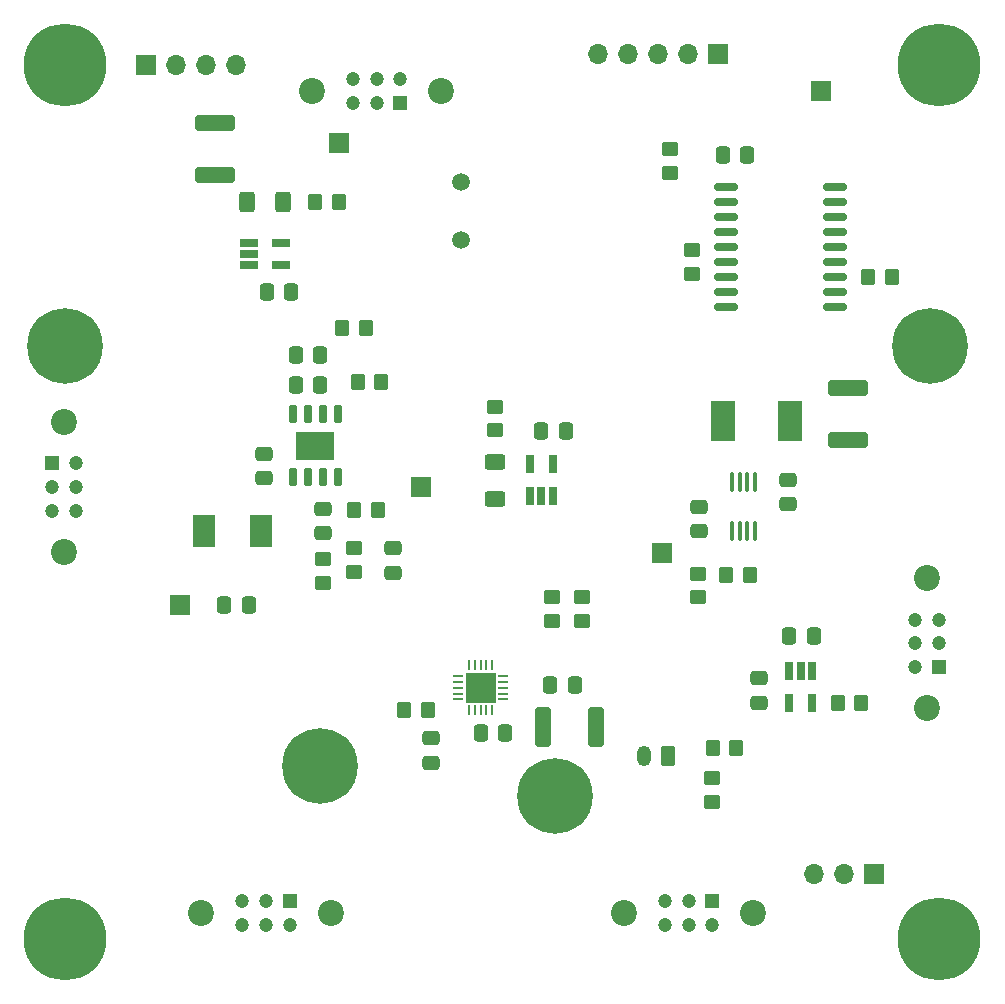
<source format=gbr>
%TF.GenerationSoftware,KiCad,Pcbnew,(6.0.9-0)*%
%TF.CreationDate,2022-12-17T09:56:30-08:00*%
%TF.ProjectId,GrandPapa_Board,4772616e-6450-4617-9061-5f426f617264,rev?*%
%TF.SameCoordinates,Original*%
%TF.FileFunction,Soldermask,Bot*%
%TF.FilePolarity,Negative*%
%FSLAX46Y46*%
G04 Gerber Fmt 4.6, Leading zero omitted, Abs format (unit mm)*
G04 Created by KiCad (PCBNEW (6.0.9-0)) date 2022-12-17 09:56:30*
%MOMM*%
%LPD*%
G01*
G04 APERTURE LIST*
G04 Aperture macros list*
%AMRoundRect*
0 Rectangle with rounded corners*
0 $1 Rounding radius*
0 $2 $3 $4 $5 $6 $7 $8 $9 X,Y pos of 4 corners*
0 Add a 4 corners polygon primitive as box body*
4,1,4,$2,$3,$4,$5,$6,$7,$8,$9,$2,$3,0*
0 Add four circle primitives for the rounded corners*
1,1,$1+$1,$2,$3*
1,1,$1+$1,$4,$5*
1,1,$1+$1,$6,$7*
1,1,$1+$1,$8,$9*
0 Add four rect primitives between the rounded corners*
20,1,$1+$1,$2,$3,$4,$5,0*
20,1,$1+$1,$4,$5,$6,$7,0*
20,1,$1+$1,$6,$7,$8,$9,0*
20,1,$1+$1,$8,$9,$2,$3,0*%
G04 Aperture macros list end*
%ADD10C,2.200000*%
%ADD11R,1.200000X1.200000*%
%ADD12C,1.200000*%
%ADD13R,1.700000X1.700000*%
%ADD14O,1.700000X1.700000*%
%ADD15C,6.400000*%
%ADD16C,0.800000*%
%ADD17C,7.000000*%
%ADD18C,1.500000*%
%ADD19RoundRect,0.250000X-0.475000X0.337500X-0.475000X-0.337500X0.475000X-0.337500X0.475000X0.337500X0*%
%ADD20RoundRect,0.250000X0.450000X-0.350000X0.450000X0.350000X-0.450000X0.350000X-0.450000X-0.350000X0*%
%ADD21RoundRect,0.062500X-0.350000X-0.062500X0.350000X-0.062500X0.350000X0.062500X-0.350000X0.062500X0*%
%ADD22RoundRect,0.062500X-0.062500X-0.350000X0.062500X-0.350000X0.062500X0.350000X-0.062500X0.350000X0*%
%ADD23R,2.500000X2.500000*%
%ADD24RoundRect,0.250000X0.475000X-0.337500X0.475000X0.337500X-0.475000X0.337500X-0.475000X-0.337500X0*%
%ADD25RoundRect,0.250000X-0.450000X0.350000X-0.450000X-0.350000X0.450000X-0.350000X0.450000X0.350000X0*%
%ADD26RoundRect,0.100000X0.100000X-0.712500X0.100000X0.712500X-0.100000X0.712500X-0.100000X-0.712500X0*%
%ADD27RoundRect,0.250000X0.400000X0.625000X-0.400000X0.625000X-0.400000X-0.625000X0.400000X-0.625000X0*%
%ADD28RoundRect,0.250000X-0.350000X-0.450000X0.350000X-0.450000X0.350000X0.450000X-0.350000X0.450000X0*%
%ADD29RoundRect,0.250000X-0.337500X-0.475000X0.337500X-0.475000X0.337500X0.475000X-0.337500X0.475000X0*%
%ADD30RoundRect,0.150000X-0.150000X0.650000X-0.150000X-0.650000X0.150000X-0.650000X0.150000X0.650000X0*%
%ADD31R,3.200000X2.400000*%
%ADD32RoundRect,0.250000X-1.450000X0.400000X-1.450000X-0.400000X1.450000X-0.400000X1.450000X0.400000X0*%
%ADD33R,2.000000X3.400000*%
%ADD34R,1.903000X2.790000*%
%ADD35R,0.650000X1.560000*%
%ADD36RoundRect,0.150000X0.875000X0.150000X-0.875000X0.150000X-0.875000X-0.150000X0.875000X-0.150000X0*%
%ADD37RoundRect,0.250000X0.350000X0.625000X-0.350000X0.625000X-0.350000X-0.625000X0.350000X-0.625000X0*%
%ADD38O,1.200000X1.750000*%
%ADD39R,1.560000X0.650000*%
%ADD40RoundRect,0.250000X0.400000X1.450000X-0.400000X1.450000X-0.400000X-1.450000X0.400000X-1.450000X0*%
%ADD41RoundRect,0.250000X-0.625000X0.400000X-0.625000X-0.400000X0.625000X-0.400000X0.625000X0.400000X0*%
%ADD42RoundRect,0.250000X0.350000X0.450000X-0.350000X0.450000X-0.350000X-0.450000X0.350000X-0.450000X0*%
G04 APERTURE END LIST*
D10*
%TO.C,J4*%
X139771000Y-136083800D03*
X128771000Y-136083800D03*
D11*
X136271000Y-135083800D03*
D12*
X134271000Y-135083800D03*
X132271000Y-135083800D03*
X136271000Y-137083800D03*
X134271000Y-137083800D03*
X132271000Y-137083800D03*
%TD*%
D13*
%TO.C,J11*%
X124149000Y-64246800D03*
D14*
X126689000Y-64246800D03*
X129229000Y-64246800D03*
X131769000Y-64246800D03*
%TD*%
D15*
%TO.C,H2*%
X117284000Y-88036400D03*
%TD*%
D16*
%TO.C,H8*%
X119140155Y-66099498D03*
X117284000Y-66868343D03*
D17*
X117284000Y-64243343D03*
D16*
X115427845Y-62387188D03*
X114659000Y-64243343D03*
X119909000Y-64243343D03*
X117284000Y-61618343D03*
X119140155Y-62387188D03*
X115427845Y-66099498D03*
%TD*%
%TO.C,H6*%
X193923933Y-64243343D03*
X189442778Y-66099498D03*
X188673933Y-64243343D03*
D17*
X191298933Y-64243343D03*
D16*
X193155088Y-62387188D03*
X193155088Y-66099498D03*
X191298933Y-66868343D03*
X191298933Y-61618343D03*
X189442778Y-62387188D03*
%TD*%
%TO.C,H7*%
X189442778Y-136383845D03*
X191298933Y-135615000D03*
X191298933Y-140865000D03*
X188673933Y-138240000D03*
X193155088Y-136383845D03*
D17*
X191298933Y-138240000D03*
D16*
X189442778Y-140096155D03*
X193923933Y-138240000D03*
X193155088Y-140096155D03*
%TD*%
D13*
%TO.C,J6*%
X172526000Y-63296800D03*
D14*
X169986000Y-63296800D03*
X167446000Y-63296800D03*
X164906000Y-63296800D03*
X162366000Y-63296800D03*
%TD*%
D15*
%TO.C,H5*%
X158750000Y-126161800D03*
%TD*%
D13*
%TO.C,J8*%
X185786000Y-132765800D03*
D14*
X183246000Y-132765800D03*
X180706000Y-132765800D03*
%TD*%
D18*
%TO.C,Y1*%
X150749000Y-74181800D03*
X150749000Y-79061800D03*
%TD*%
D10*
%TO.C,J5*%
X117165559Y-94491413D03*
X117165559Y-105491413D03*
D11*
X116165559Y-97991413D03*
D12*
X116165559Y-99991413D03*
X116165559Y-101991413D03*
X118165559Y-97991413D03*
X118165559Y-99991413D03*
X118165559Y-101991413D03*
%TD*%
D16*
%TO.C,H3*%
X119922332Y-138240000D03*
X115441177Y-140096155D03*
X114672332Y-138240000D03*
X119153487Y-136383845D03*
X117297332Y-135615000D03*
X117297332Y-140865000D03*
X115441177Y-136383845D03*
X119153487Y-140096155D03*
D17*
X117297332Y-138240000D03*
%TD*%
D10*
%TO.C,J3*%
X190262000Y-107739800D03*
X190262000Y-118739800D03*
D11*
X191262000Y-115239800D03*
D12*
X191262000Y-113239800D03*
X191262000Y-111239800D03*
X189262000Y-115239800D03*
X189262000Y-113239800D03*
X189262000Y-111239800D03*
%TD*%
D15*
%TO.C,H4*%
X190500000Y-88061800D03*
%TD*%
%TO.C,H1*%
X138874000Y-123596400D03*
%TD*%
D10*
%TO.C,J7*%
X175553000Y-136067800D03*
X164553000Y-136067800D03*
D11*
X172053000Y-135067800D03*
D12*
X170053000Y-135067800D03*
X168053000Y-135067800D03*
X172053000Y-137067800D03*
X170053000Y-137067800D03*
X168053000Y-137067800D03*
%TD*%
D19*
%TO.C,C2*%
X178489000Y-99359300D03*
X178489000Y-101434300D03*
%TD*%
D20*
%TO.C,R16*%
X139089000Y-108096800D03*
X139089000Y-106096800D03*
%TD*%
D21*
%TO.C,U3*%
X150506500Y-117976800D03*
X150506500Y-117476800D03*
X150506500Y-116976800D03*
X150506500Y-116476800D03*
X150506500Y-115976800D03*
D22*
X151444000Y-115039300D03*
X151944000Y-115039300D03*
X152444000Y-115039300D03*
X152944000Y-115039300D03*
X153444000Y-115039300D03*
D21*
X154381500Y-115976800D03*
X154381500Y-116476800D03*
X154381500Y-116976800D03*
X154381500Y-117476800D03*
X154381500Y-117976800D03*
D22*
X153444000Y-118914300D03*
X152944000Y-118914300D03*
X152444000Y-118914300D03*
X151944000Y-118914300D03*
X151444000Y-118914300D03*
D23*
X152444000Y-116976800D03*
%TD*%
D24*
%TO.C,C8*%
X145039000Y-107271800D03*
X145039000Y-105196800D03*
%TD*%
D25*
%TO.C,R18*%
X168489000Y-71371800D03*
X168489000Y-73371800D03*
%TD*%
D26*
%TO.C,U1*%
X175685400Y-103755100D03*
X175035400Y-103755100D03*
X174385400Y-103755100D03*
X173735400Y-103755100D03*
X173735400Y-99530100D03*
X174385400Y-99530100D03*
X175035400Y-99530100D03*
X175685400Y-99530100D03*
%TD*%
D27*
%TO.C,R1*%
X135730600Y-75871800D03*
X132630600Y-75871800D03*
%TD*%
D13*
%TO.C,TP1*%
X127000000Y-109971800D03*
%TD*%
D28*
%TO.C,R8*%
X142043500Y-91144000D03*
X144043500Y-91144000D03*
%TD*%
D13*
%TO.C,TP2*%
X147389000Y-100021800D03*
%TD*%
D29*
%TO.C,C12*%
X157564000Y-95271800D03*
X159639000Y-95271800D03*
%TD*%
%TO.C,C11*%
X158326500Y-116771800D03*
X160401500Y-116771800D03*
%TD*%
D30*
%TO.C,U2*%
X136551700Y-93846800D03*
X137821700Y-93846800D03*
X139091700Y-93846800D03*
X140361700Y-93846800D03*
X140361700Y-99146800D03*
X139091700Y-99146800D03*
X137821700Y-99146800D03*
X136551700Y-99146800D03*
D31*
X138456700Y-96496800D03*
%TD*%
D24*
%TO.C,C6*%
X134139000Y-99236800D03*
X134139000Y-97161800D03*
%TD*%
D20*
%TO.C,R24*%
X153689000Y-95196800D03*
X153689000Y-93196800D03*
%TD*%
D19*
%TO.C,C4*%
X139089000Y-101821800D03*
X139089000Y-103896800D03*
%TD*%
D32*
%TO.C,F1*%
X129989000Y-69146800D03*
X129989000Y-73596800D03*
%TD*%
%TO.C,F2*%
X183564000Y-91596800D03*
X183564000Y-96046800D03*
%TD*%
D29*
%TO.C,C1*%
X136794796Y-88821961D03*
X138869796Y-88821961D03*
%TD*%
D25*
%TO.C,R10*%
X170814000Y-107321800D03*
X170814000Y-109321800D03*
%TD*%
D20*
%TO.C,R5*%
X158530000Y-111346800D03*
X158530000Y-109346800D03*
%TD*%
D28*
%TO.C,R28*%
X172085000Y-122097800D03*
X174085000Y-122097800D03*
%TD*%
D33*
%TO.C,L2*%
X178659000Y-94401800D03*
X172959000Y-94401800D03*
%TD*%
D34*
%TO.C,L1*%
X133871500Y-103682800D03*
X129018500Y-103682800D03*
%TD*%
D35*
%TO.C,U5*%
X178587762Y-115585992D03*
X179537762Y-115585992D03*
X180487762Y-115585992D03*
X180487762Y-118285992D03*
X178587762Y-118285992D03*
%TD*%
D29*
%TO.C,C14*%
X134334000Y-83441800D03*
X136409000Y-83441800D03*
%TD*%
%TO.C,C3*%
X136793500Y-91319000D03*
X138868500Y-91319000D03*
%TD*%
D28*
%TO.C,R9*%
X138430000Y-75869800D03*
X140430000Y-75869800D03*
%TD*%
D29*
%TO.C,C9*%
X152464000Y-120821800D03*
X154539000Y-120821800D03*
%TD*%
D25*
%TO.C,R25*%
X141739000Y-105196800D03*
X141739000Y-107196800D03*
%TD*%
D28*
%TO.C,R27*%
X140717300Y-86565400D03*
X142717300Y-86565400D03*
%TD*%
%TO.C,R7*%
X182689000Y-118296800D03*
X184689000Y-118296800D03*
%TD*%
D35*
%TO.C,U4*%
X158539000Y-100746800D03*
X157589000Y-100746800D03*
X156639000Y-100746800D03*
X156639000Y-98046800D03*
X158539000Y-98046800D03*
%TD*%
D13*
%TO.C,TP7*%
X181296762Y-66471800D03*
%TD*%
D36*
%TO.C,U10*%
X182489000Y-74601800D03*
X182489000Y-75871800D03*
X182489000Y-77141800D03*
X182489000Y-78411800D03*
X182489000Y-79681800D03*
X182489000Y-80951800D03*
X182489000Y-82221800D03*
X182489000Y-83491800D03*
X182489000Y-84761800D03*
X173189000Y-84761800D03*
X173189000Y-83491800D03*
X173189000Y-82221800D03*
X173189000Y-80951800D03*
X173189000Y-79681800D03*
X173189000Y-78411800D03*
X173189000Y-77141800D03*
X173189000Y-75871800D03*
X173189000Y-74601800D03*
%TD*%
D28*
%TO.C,R26*%
X185254000Y-82221800D03*
X187254000Y-82221800D03*
%TD*%
D20*
%TO.C,R17*%
X170389000Y-81946800D03*
X170389000Y-79946800D03*
%TD*%
D37*
%TO.C,J1*%
X168289000Y-122746800D03*
D38*
X166289000Y-122746800D03*
%TD*%
D39*
%TO.C,U6*%
X132830600Y-81216000D03*
X132830600Y-80266000D03*
X132830600Y-79316000D03*
X135530600Y-79316000D03*
X135530600Y-81216000D03*
%TD*%
D24*
%TO.C,C5*%
X170914000Y-103746800D03*
X170914000Y-101671800D03*
%TD*%
D13*
%TO.C,TP3*%
X167767000Y-105587800D03*
%TD*%
%TO.C,TP4*%
X140489000Y-70871800D03*
%TD*%
D40*
%TO.C,F3*%
X162214000Y-120321800D03*
X157764000Y-120321800D03*
%TD*%
D19*
%TO.C,C10*%
X148214000Y-121246800D03*
X148214000Y-123321800D03*
%TD*%
D28*
%TO.C,R19*%
X141739000Y-101921800D03*
X143739000Y-101921800D03*
%TD*%
D20*
%TO.C,R4*%
X161070000Y-111346800D03*
X161070000Y-109346800D03*
%TD*%
D29*
%TO.C,C7*%
X178589000Y-112646800D03*
X180664000Y-112646800D03*
%TD*%
D41*
%TO.C,R23*%
X153680600Y-97876600D03*
X153680600Y-100976600D03*
%TD*%
D42*
%TO.C,R22*%
X147989000Y-118871800D03*
X145989000Y-118871800D03*
%TD*%
D28*
%TO.C,R2*%
X173239000Y-107446800D03*
X175239000Y-107446800D03*
%TD*%
D29*
%TO.C,C21*%
X172951500Y-71871800D03*
X175026500Y-71871800D03*
%TD*%
D24*
%TO.C,C13*%
X176014000Y-118271800D03*
X176014000Y-116196800D03*
%TD*%
D29*
%TO.C,C15*%
X130756000Y-109969000D03*
X132831000Y-109969000D03*
%TD*%
D10*
%TO.C,J2*%
X149137000Y-66471800D03*
X138137000Y-66471800D03*
D11*
X145637000Y-67471800D03*
D12*
X143637000Y-67471800D03*
X141637000Y-67471800D03*
X145637000Y-65471800D03*
X143637000Y-65471800D03*
X141637000Y-65471800D03*
%TD*%
D20*
%TO.C,TH1*%
X172064000Y-126671800D03*
X172064000Y-124671800D03*
%TD*%
M02*

</source>
